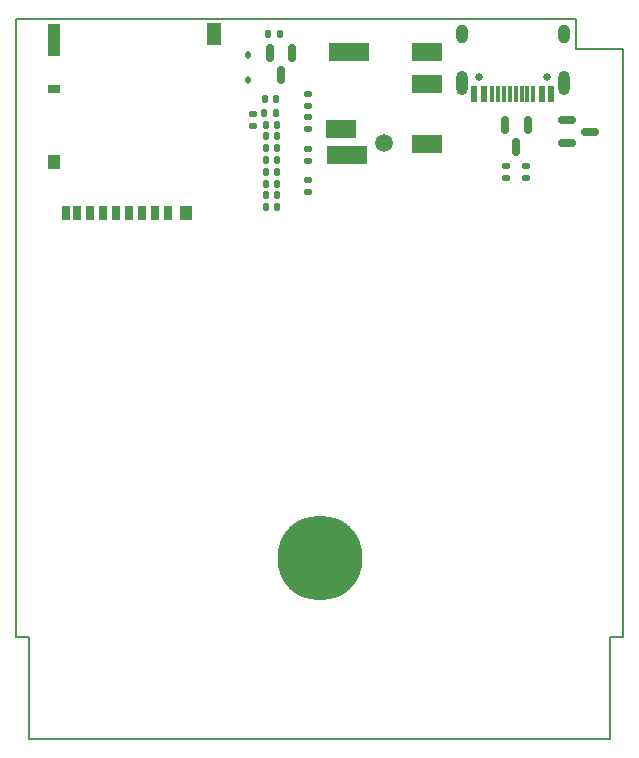
<source format=gbr>
G04 #@! TF.GenerationSoftware,KiCad,Pcbnew,7.0.10*
G04 #@! TF.CreationDate,2024-04-17T21:52:57+03:00*
G04 #@! TF.ProjectId,GAMEBOY_STM32_CART,47414d45-424f-4595-9f53-544d33325f43,v5.1*
G04 #@! TF.SameCoordinates,Original*
G04 #@! TF.FileFunction,Soldermask,Bot*
G04 #@! TF.FilePolarity,Negative*
%FSLAX46Y46*%
G04 Gerber Fmt 4.6, Leading zero omitted, Abs format (unit mm)*
G04 Created by KiCad (PCBNEW 7.0.10) date 2024-04-17 21:52:57*
%MOMM*%
%LPD*%
G01*
G04 APERTURE LIST*
G04 Aperture macros list*
%AMRoundRect*
0 Rectangle with rounded corners*
0 $1 Rounding radius*
0 $2 $3 $4 $5 $6 $7 $8 $9 X,Y pos of 4 corners*
0 Add a 4 corners polygon primitive as box body*
4,1,4,$2,$3,$4,$5,$6,$7,$8,$9,$2,$3,0*
0 Add four circle primitives for the rounded corners*
1,1,$1+$1,$2,$3*
1,1,$1+$1,$4,$5*
1,1,$1+$1,$6,$7*
1,1,$1+$1,$8,$9*
0 Add four rect primitives between the rounded corners*
20,1,$1+$1,$2,$3,$4,$5,0*
20,1,$1+$1,$4,$5,$6,$7,0*
20,1,$1+$1,$6,$7,$8,$9,0*
20,1,$1+$1,$8,$9,$2,$3,0*%
G04 Aperture macros list end*
%ADD10C,7.200000*%
%ADD11C,0.650000*%
%ADD12R,0.600000X1.450000*%
%ADD13R,0.300000X1.450000*%
%ADD14O,1.000000X1.600000*%
%ADD15O,1.000000X2.100000*%
%ADD16RoundRect,0.140000X0.140000X0.170000X-0.140000X0.170000X-0.140000X-0.170000X0.140000X-0.170000X0*%
%ADD17RoundRect,0.150000X-0.150000X0.587500X-0.150000X-0.587500X0.150000X-0.587500X0.150000X0.587500X0*%
%ADD18RoundRect,0.135000X-0.135000X-0.185000X0.135000X-0.185000X0.135000X0.185000X-0.135000X0.185000X0*%
%ADD19RoundRect,0.135000X-0.185000X0.135000X-0.185000X-0.135000X0.185000X-0.135000X0.185000X0.135000X0*%
%ADD20RoundRect,0.140000X-0.140000X-0.170000X0.140000X-0.170000X0.140000X0.170000X-0.140000X0.170000X0*%
%ADD21RoundRect,0.135000X0.135000X0.185000X-0.135000X0.185000X-0.135000X-0.185000X0.135000X-0.185000X0*%
%ADD22R,0.700000X1.200000*%
%ADD23R,1.000000X0.800000*%
%ADD24R,1.000000X2.800000*%
%ADD25R,1.000000X1.200000*%
%ADD26R,1.300000X1.900000*%
%ADD27RoundRect,0.140000X0.170000X-0.140000X0.170000X0.140000X-0.170000X0.140000X-0.170000X-0.140000X0*%
%ADD28RoundRect,0.140000X-0.170000X0.140000X-0.170000X-0.140000X0.170000X-0.140000X0.170000X0.140000X0*%
%ADD29RoundRect,0.135000X0.185000X-0.135000X0.185000X0.135000X-0.185000X0.135000X-0.185000X-0.135000X0*%
%ADD30C,1.500000*%
%ADD31R,2.500000X1.500000*%
%ADD32R,3.400000X1.500000*%
%ADD33RoundRect,0.112500X0.112500X-0.187500X0.112500X0.187500X-0.112500X0.187500X-0.112500X-0.187500X0*%
%ADD34RoundRect,0.150000X-0.587500X-0.150000X0.587500X-0.150000X0.587500X0.150000X-0.587500X0.150000X0*%
G04 #@! TA.AperFunction,Profile*
%ADD35C,0.150000*%
G04 #@! TD*
G04 APERTURE END LIST*
D10*
X102540000Y-73474000D03*
D11*
X116000000Y-32770000D03*
X121780000Y-32770000D03*
D12*
X115640000Y-34215000D03*
X116440000Y-34215000D03*
D13*
X117640000Y-34215000D03*
X118640000Y-34215000D03*
X119140000Y-34215000D03*
X120140000Y-34215000D03*
D12*
X121340000Y-34215000D03*
X122140000Y-34215000D03*
X122140000Y-34215000D03*
X121340000Y-34215000D03*
D13*
X120640000Y-34215000D03*
X119640000Y-34215000D03*
X118140000Y-34215000D03*
X117140000Y-34215000D03*
D12*
X116440000Y-34215000D03*
X115640000Y-34215000D03*
D14*
X114570000Y-29120000D03*
D15*
X114570000Y-33300000D03*
D14*
X123210000Y-29120000D03*
D15*
X123210000Y-33300000D03*
D16*
X98960000Y-37800000D03*
X98000000Y-37800000D03*
X98960000Y-43800000D03*
X98000000Y-43800000D03*
D17*
X98350000Y-30750000D03*
X100250000Y-30750000D03*
X99300000Y-32625000D03*
D18*
X98140000Y-29150000D03*
X99160000Y-29150000D03*
D19*
X120000000Y-40290000D03*
X120000000Y-41310000D03*
D16*
X98960000Y-40800000D03*
X98000000Y-40800000D03*
D20*
X97920000Y-34600000D03*
X98880000Y-34600000D03*
D16*
X98960000Y-38800000D03*
X98000000Y-38800000D03*
D21*
X98880000Y-35800000D03*
X97860000Y-35800000D03*
D19*
X118300000Y-40290000D03*
X118300000Y-41310000D03*
D22*
X89685000Y-44265000D03*
X88585000Y-44265000D03*
X87485000Y-44265000D03*
X86385000Y-44265000D03*
X85285000Y-44265000D03*
X84185000Y-44265000D03*
X83085000Y-44265000D03*
X81985000Y-44265000D03*
X81035000Y-44265000D03*
D23*
X80085000Y-33765000D03*
D24*
X80085000Y-29615000D03*
D25*
X80085000Y-39965000D03*
X91235000Y-44265000D03*
D26*
X93585000Y-29165000D03*
D27*
X101600000Y-37160000D03*
X101600000Y-36200000D03*
D28*
X96880000Y-35920000D03*
X96880000Y-36880000D03*
D16*
X98960000Y-39800000D03*
X98000000Y-39800000D03*
D29*
X101600000Y-35220000D03*
X101600000Y-34200000D03*
D30*
X108025000Y-38375000D03*
D31*
X111675000Y-33375000D03*
D32*
X105025000Y-30675000D03*
D31*
X111675000Y-38475000D03*
X104375000Y-37175000D03*
X111675000Y-30675000D03*
D32*
X104825000Y-39375000D03*
D33*
X96450000Y-33000000D03*
X96450000Y-30900000D03*
D29*
X101600000Y-39910000D03*
X101600000Y-38890000D03*
D16*
X98960000Y-36800000D03*
X98000000Y-36800000D03*
D27*
X101600000Y-42480000D03*
X101600000Y-41520000D03*
D34*
X123525000Y-38350000D03*
X123525000Y-36450000D03*
X125400000Y-37400000D03*
D16*
X98960000Y-42800000D03*
X98000000Y-42800000D03*
D17*
X118250000Y-36862500D03*
X120150000Y-36862500D03*
X119200000Y-38737500D03*
D16*
X98960000Y-41800000D03*
X98000000Y-41800000D03*
D35*
X128250000Y-80225000D02*
X128250000Y-30425000D01*
X128250000Y-30425000D02*
X124250000Y-30425000D01*
X77950000Y-88825000D02*
X77950000Y-80225000D01*
X127150000Y-88825000D02*
X127150000Y-80225000D01*
X76850000Y-80225000D02*
X76850000Y-27825000D01*
X124250000Y-27825000D02*
X124250000Y-30425000D01*
X77950000Y-88825000D02*
X127150000Y-88825000D01*
X76850000Y-27825000D02*
X124250000Y-27825000D01*
X127150000Y-80225000D02*
X128250000Y-80225000D01*
X77950000Y-80225000D02*
X76850000Y-80225000D01*
M02*

</source>
